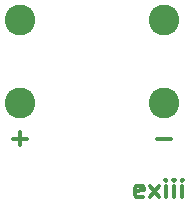
<source format=gts>
G04 #@! TF.FileFunction,Soldermask,Top*
%FSLAX46Y46*%
G04 Gerber Fmt 4.6, Leading zero omitted, Abs format (unit mm)*
G04 Created by KiCad (PCBNEW 4.0.1-stable) date 2015/12/22 4:50:12*
%MOMM*%
G01*
G04 APERTURE LIST*
%ADD10C,0.100000*%
%ADD11C,0.300000*%
%ADD12C,2.600000*%
G04 APERTURE END LIST*
D10*
D11*
X214307142Y-156407143D02*
X214164285Y-156478571D01*
X213878571Y-156478571D01*
X213735714Y-156407143D01*
X213664285Y-156264286D01*
X213664285Y-155692857D01*
X213735714Y-155550000D01*
X213878571Y-155478571D01*
X214164285Y-155478571D01*
X214307142Y-155550000D01*
X214378571Y-155692857D01*
X214378571Y-155835714D01*
X213664285Y-155978571D01*
X214878571Y-156478571D02*
X215664285Y-155478571D01*
X214878571Y-155478571D02*
X215664285Y-156478571D01*
X216235714Y-156478571D02*
X216235714Y-155478571D01*
X216235714Y-154978571D02*
X216164285Y-155050000D01*
X216235714Y-155121429D01*
X216307142Y-155050000D01*
X216235714Y-154978571D01*
X216235714Y-155121429D01*
X216950000Y-156478571D02*
X216950000Y-155478571D01*
X216950000Y-154978571D02*
X216878571Y-155050000D01*
X216950000Y-155121429D01*
X217021428Y-155050000D01*
X216950000Y-154978571D01*
X216950000Y-155121429D01*
X217664286Y-156478571D02*
X217664286Y-155478571D01*
X217664286Y-154978571D02*
X217592857Y-155050000D01*
X217664286Y-155121429D01*
X217735714Y-155050000D01*
X217664286Y-154978571D01*
X217664286Y-155121429D01*
X215528572Y-151507143D02*
X216671429Y-151507143D01*
X203328572Y-151507143D02*
X204471429Y-151507143D01*
X203900000Y-152078571D02*
X203900000Y-150935714D01*
D12*
X216100000Y-148500000D03*
X203900000Y-148500000D03*
X216100000Y-141500000D03*
X203900000Y-141500000D03*
M02*

</source>
